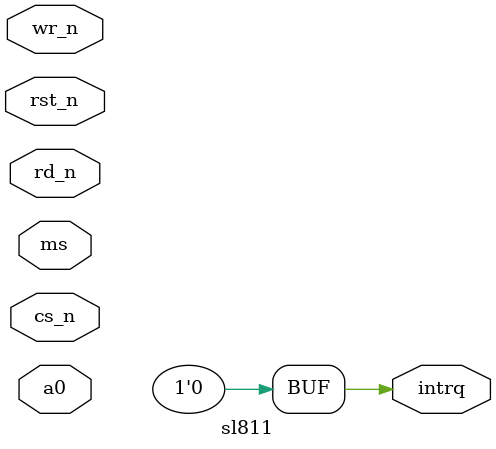
<source format=v>

module sl811
(
	input  wire       rst_n,
	input  wire       a0,
	input  wire       cs_n,
	input  wire       rd_n,
	input  wire       wr_n,
	input  wire       ms,
	output reg        intrq
);

	
	reg       access_addr;
	reg       access_rnw;
	
	wire rd = ~(cs_n|rd_n);
	wire wr = ~(cs_n|wr_n);


	initial
	begin
		intrq = 1'b0;
	end



	always @(negedge rd)
	begin
		access_addr = addr;
		access_rnw  = 1'b1;
	end

	always @(negedge wr)
	begin
		access_addr = addr;
		access_rnw  = 1'b0;
	end





	task set_intrq
	(
		input new_intrq
	);
		intrq = new_intrq;

	endtask


	function get_rst_n;
	
		get_rst_n = rst_n;

	endfunction


	function get_ms;

		get_ms = ms;
	
	endfunction



endmodule


</source>
